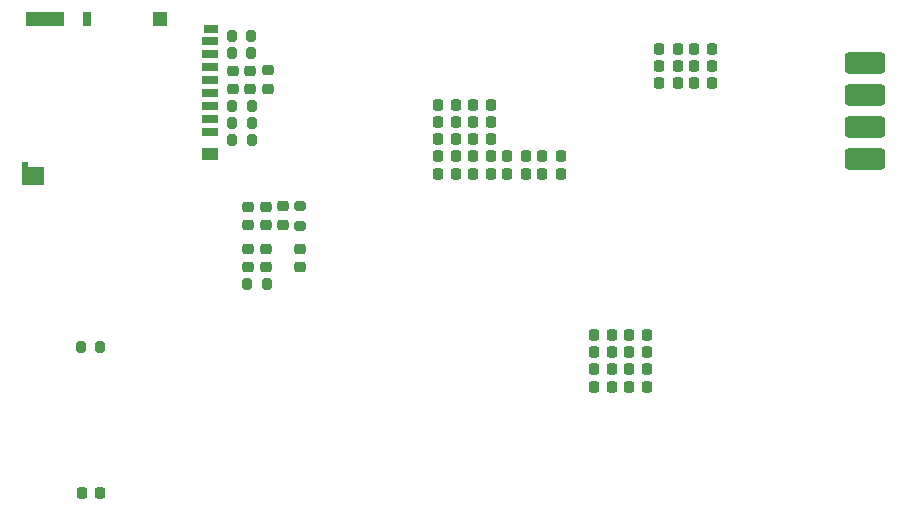
<source format=gbr>
%TF.GenerationSoftware,KiCad,Pcbnew,9.0.3*%
%TF.CreationDate,2025-10-10T12:54:04-04:00*%
%TF.ProjectId,sbc,7362632e-6b69-4636-9164-5f7063625858,rev?*%
%TF.SameCoordinates,Original*%
%TF.FileFunction,Paste,Bot*%
%TF.FilePolarity,Positive*%
%FSLAX46Y46*%
G04 Gerber Fmt 4.6, Leading zero omitted, Abs format (unit mm)*
G04 Created by KiCad (PCBNEW 9.0.3) date 2025-10-10 12:54:04*
%MOMM*%
%LPD*%
G01*
G04 APERTURE LIST*
G04 Aperture macros list*
%AMRoundRect*
0 Rectangle with rounded corners*
0 $1 Rounding radius*
0 $2 $3 $4 $5 $6 $7 $8 $9 X,Y pos of 4 corners*
0 Add a 4 corners polygon primitive as box body*
4,1,4,$2,$3,$4,$5,$6,$7,$8,$9,$2,$3,0*
0 Add four circle primitives for the rounded corners*
1,1,$1+$1,$2,$3*
1,1,$1+$1,$4,$5*
1,1,$1+$1,$6,$7*
1,1,$1+$1,$8,$9*
0 Add four rect primitives between the rounded corners*
20,1,$1+$1,$2,$3,$4,$5,0*
20,1,$1+$1,$4,$5,$6,$7,0*
20,1,$1+$1,$6,$7,$8,$9,0*
20,1,$1+$1,$8,$9,$2,$3,0*%
%AMRotRect*
0 Rectangle, with rotation*
0 The origin of the aperture is its center*
0 $1 length*
0 $2 width*
0 $3 Rotation angle, in degrees counterclockwise*
0 Add horizontal line*
21,1,$1,$2,0,0,$3*%
G04 Aperture macros list end*
%ADD10RoundRect,0.218750X0.256250X-0.218750X0.256250X0.218750X-0.256250X0.218750X-0.256250X-0.218750X0*%
%ADD11RoundRect,0.225000X0.250000X-0.225000X0.250000X0.225000X-0.250000X0.225000X-0.250000X-0.225000X0*%
%ADD12RoundRect,0.225000X-0.225000X-0.250000X0.225000X-0.250000X0.225000X0.250000X-0.225000X0.250000X0*%
%ADD13RoundRect,0.200000X0.200000X0.275000X-0.200000X0.275000X-0.200000X-0.275000X0.200000X-0.275000X0*%
%ADD14RoundRect,0.250000X1.450000X0.650000X-1.450000X0.650000X-1.450000X-0.650000X1.450000X-0.650000X0*%
%ADD15RoundRect,0.225000X0.225000X0.250000X-0.225000X0.250000X-0.225000X-0.250000X0.225000X-0.250000X0*%
%ADD16R,1.400000X0.700000*%
%ADD17R,1.200000X0.700000*%
%ADD18R,0.800000X1.200000*%
%ADD19R,1.900000X1.500000*%
%ADD20RotRect,0.200000X0.200000X45.000000*%
%ADD21R,0.500000X0.500000*%
%ADD22R,1.400000X1.000000*%
%ADD23R,3.200000X1.200000*%
%ADD24R,1.200000X1.200000*%
%ADD25RoundRect,0.225000X-0.250000X0.225000X-0.250000X-0.225000X0.250000X-0.225000X0.250000X0.225000X0*%
%ADD26RoundRect,0.200000X-0.275000X0.200000X-0.275000X-0.200000X0.275000X-0.200000X0.275000X0.200000X0*%
%ADD27RoundRect,0.218750X-0.256250X0.218750X-0.256250X-0.218750X0.256250X-0.218750X0.256250X0.218750X0*%
%ADD28RoundRect,0.200000X-0.200000X-0.275000X0.200000X-0.275000X0.200000X0.275000X-0.200000X0.275000X0*%
G04 APERTURE END LIST*
D10*
%TO.C,FB1*%
X123010000Y-88177500D03*
X123010000Y-86602500D03*
%TD*%
D11*
%TO.C,C57*%
X121380000Y-99710000D03*
X121380000Y-98160000D03*
%TD*%
D12*
%TO.C,C26*%
X140350000Y-90990000D03*
X141900000Y-90990000D03*
%TD*%
%TO.C,C12*%
X153600000Y-109010000D03*
X155150000Y-109010000D03*
%TD*%
D13*
%TO.C,R20*%
X122930000Y-104710000D03*
X121280000Y-104710000D03*
%TD*%
D14*
%TO.C,TP3V3*%
X173570000Y-88730000D03*
%TD*%
D10*
%TO.C,L8*%
X125760000Y-103280000D03*
X125760000Y-101705000D03*
%TD*%
D15*
%TO.C,C47*%
X160665000Y-86260000D03*
X159115000Y-86260000D03*
%TD*%
D13*
%TO.C,R3*%
X121640000Y-92530000D03*
X119990000Y-92530000D03*
%TD*%
D12*
%TO.C,C53*%
X153600000Y-111930000D03*
X155150000Y-111930000D03*
%TD*%
D11*
%TO.C,C2*%
X121550000Y-88180000D03*
X121550000Y-86630000D03*
%TD*%
D15*
%TO.C,C11*%
X152190000Y-113390000D03*
X150640000Y-113390000D03*
%TD*%
D14*
%TO.C,TP1V2*%
X173570000Y-91430000D03*
%TD*%
D12*
%TO.C,C25*%
X140350000Y-92450000D03*
X141900000Y-92450000D03*
%TD*%
D16*
%TO.C,J2*%
X118120000Y-91800000D03*
X118120000Y-90700000D03*
X118120000Y-89600000D03*
X118120000Y-88500000D03*
X118120000Y-87400000D03*
X118120000Y-86300000D03*
X118120000Y-85200000D03*
X118120000Y-84100000D03*
D17*
X118220000Y-83150000D03*
D18*
X107720000Y-82300000D03*
D19*
X103120000Y-95600000D03*
D20*
X102670000Y-94850000D03*
D21*
X102420000Y-94600000D03*
D22*
X118120000Y-93700000D03*
D23*
X104120000Y-82300000D03*
D24*
X113920000Y-82300000D03*
%TD*%
D11*
%TO.C,C46*%
X122850000Y-99710000D03*
X122850000Y-98160000D03*
%TD*%
D13*
%TO.C,R46*%
X121620000Y-85190000D03*
X119970000Y-85190000D03*
%TD*%
D15*
%TO.C,C17*%
X138940000Y-89530000D03*
X137390000Y-89530000D03*
%TD*%
%TO.C,C27*%
X144860000Y-93910000D03*
X143310000Y-93910000D03*
%TD*%
D12*
%TO.C,C31*%
X156155000Y-87730000D03*
X157705000Y-87730000D03*
%TD*%
D25*
%TO.C,C59*%
X122840000Y-101730000D03*
X122840000Y-103280000D03*
%TD*%
D15*
%TO.C,C20*%
X138940000Y-92450000D03*
X137390000Y-92450000D03*
%TD*%
D12*
%TO.C,C30*%
X146270000Y-93910000D03*
X147820000Y-93910000D03*
%TD*%
%TO.C,C24*%
X140350000Y-93910000D03*
X141900000Y-93910000D03*
%TD*%
D14*
%TO.C,TP2V5*%
X173570000Y-94130000D03*
%TD*%
D26*
%TO.C,R19*%
X125780000Y-98110000D03*
X125780000Y-99760000D03*
%TD*%
D15*
%TO.C,C19*%
X138940000Y-90990000D03*
X137390000Y-90990000D03*
%TD*%
%TO.C,C32*%
X160665000Y-87730000D03*
X159115000Y-87730000D03*
%TD*%
D12*
%TO.C,C18*%
X140350000Y-95370000D03*
X141900000Y-95370000D03*
%TD*%
D11*
%TO.C,C1*%
X120080000Y-88180000D03*
X120080000Y-86630000D03*
%TD*%
D12*
%TO.C,C23*%
X140350000Y-89530000D03*
X141900000Y-89530000D03*
%TD*%
D15*
%TO.C,C50*%
X152190000Y-110470000D03*
X150640000Y-110470000D03*
%TD*%
D12*
%TO.C,C63*%
X156155000Y-84790000D03*
X157705000Y-84790000D03*
%TD*%
%TO.C,C48*%
X156155000Y-86260000D03*
X157705000Y-86260000D03*
%TD*%
D14*
%TO.C,TP5V0*%
X173570000Y-86030000D03*
%TD*%
D12*
%TO.C,C54*%
X153600000Y-110470000D03*
X155150000Y-110470000D03*
%TD*%
D15*
%TO.C,C51*%
X152190000Y-111930000D03*
X150640000Y-111930000D03*
%TD*%
%TO.C,C21*%
X138940000Y-93910000D03*
X137390000Y-93910000D03*
%TD*%
D12*
%TO.C,C29*%
X146270000Y-95370000D03*
X147820000Y-95370000D03*
%TD*%
D15*
%TO.C,C62*%
X160665000Y-84790000D03*
X159115000Y-84790000D03*
%TD*%
D12*
%TO.C,C3*%
X107255000Y-122420000D03*
X108805000Y-122420000D03*
%TD*%
D27*
%TO.C,L7*%
X124320000Y-98142500D03*
X124320000Y-99717500D03*
%TD*%
D15*
%TO.C,C28*%
X144860000Y-95370000D03*
X143310000Y-95370000D03*
%TD*%
D13*
%TO.C,R47*%
X121640000Y-89610000D03*
X119990000Y-89610000D03*
%TD*%
%TO.C,R2*%
X121640000Y-91070000D03*
X119990000Y-91070000D03*
%TD*%
D15*
%TO.C,C22*%
X138940000Y-95370000D03*
X137390000Y-95370000D03*
%TD*%
D28*
%TO.C,R1*%
X107175000Y-110000000D03*
X108825000Y-110000000D03*
%TD*%
D25*
%TO.C,C58*%
X121380000Y-101730000D03*
X121380000Y-103280000D03*
%TD*%
D12*
%TO.C,C52*%
X153600000Y-113400000D03*
X155150000Y-113400000D03*
%TD*%
D13*
%TO.C,R45*%
X121620000Y-83730000D03*
X119970000Y-83730000D03*
%TD*%
D15*
%TO.C,C49*%
X152190000Y-109010000D03*
X150640000Y-109010000D03*
%TD*%
M02*

</source>
